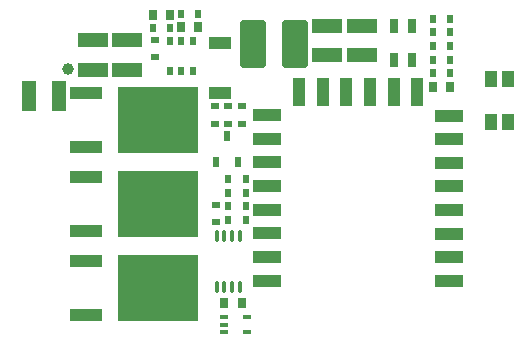
<source format=gtp>
G04*
G04 #@! TF.GenerationSoftware,Altium Limited,Altium Designer,20.1.8 (145)*
G04*
G04 Layer_Color=8421504*
%FSAX44Y44*%
%MOMM*%
G71*
G04*
G04 #@! TF.SameCoordinates,BC819849-6B9C-4E92-9E7B-26ABC9CEBC8F*
G04*
G04*
G04 #@! TF.FilePolarity,Positive*
G04*
G01*
G75*
%ADD17R,0.7620X1.1430*%
G04:AMPARAMS|DCode=18|XSize=0.75mm|YSize=0.55mm|CornerRadius=0.0028mm|HoleSize=0mm|Usage=FLASHONLY|Rotation=90.000|XOffset=0mm|YOffset=0mm|HoleType=Round|Shape=RoundedRectangle|*
%AMROUNDEDRECTD18*
21,1,0.7500,0.5445,0,0,90.0*
21,1,0.7445,0.5500,0,0,90.0*
1,1,0.0055,0.2723,0.3723*
1,1,0.0055,0.2723,-0.3723*
1,1,0.0055,-0.2723,-0.3723*
1,1,0.0055,-0.2723,0.3723*
%
%ADD18ROUNDEDRECTD18*%
%ADD19O,0.3500X1.1500*%
G04:AMPARAMS|DCode=20|XSize=2.55mm|YSize=1.2mm|CornerRadius=0.006mm|HoleSize=0mm|Usage=FLASHONLY|Rotation=90.000|XOffset=0mm|YOffset=0mm|HoleType=Round|Shape=RoundedRectangle|*
%AMROUNDEDRECTD20*
21,1,2.5500,1.1880,0,0,90.0*
21,1,2.5380,1.2000,0,0,90.0*
1,1,0.0120,0.5940,1.2690*
1,1,0.0120,0.5940,-1.2690*
1,1,0.0120,-0.5940,-1.2690*
1,1,0.0120,-0.5940,1.2690*
%
%ADD20ROUNDEDRECTD20*%
G04:AMPARAMS|DCode=21|XSize=2.55mm|YSize=1.2mm|CornerRadius=0.006mm|HoleSize=0mm|Usage=FLASHONLY|Rotation=0.000|XOffset=0mm|YOffset=0mm|HoleType=Round|Shape=RoundedRectangle|*
%AMROUNDEDRECTD21*
21,1,2.5500,1.1880,0,0,0.0*
21,1,2.5380,1.2000,0,0,0.0*
1,1,0.0120,1.2690,-0.5940*
1,1,0.0120,-1.2690,-0.5940*
1,1,0.0120,-1.2690,0.5940*
1,1,0.0120,1.2690,0.5940*
%
%ADD21ROUNDEDRECTD21*%
%ADD22C,1.0000*%
G04:AMPARAMS|DCode=23|XSize=0.95mm|YSize=2.65mm|CornerRadius=0.0048mm|HoleSize=0mm|Usage=FLASHONLY|Rotation=90.000|XOffset=0mm|YOffset=0mm|HoleType=Round|Shape=RoundedRectangle|*
%AMROUNDEDRECTD23*
21,1,0.9500,2.6405,0,0,90.0*
21,1,0.9405,2.6500,0,0,90.0*
1,1,0.0095,1.3203,0.4703*
1,1,0.0095,1.3203,-0.4703*
1,1,0.0095,-1.3203,-0.4703*
1,1,0.0095,-1.3203,0.4703*
%
%ADD23ROUNDEDRECTD23*%
G04:AMPARAMS|DCode=24|XSize=5.55mm|YSize=6.8mm|CornerRadius=0.0278mm|HoleSize=0mm|Usage=FLASHONLY|Rotation=90.000|XOffset=0mm|YOffset=0mm|HoleType=Round|Shape=RoundedRectangle|*
%AMROUNDEDRECTD24*
21,1,5.5500,6.7445,0,0,90.0*
21,1,5.4945,6.8000,0,0,90.0*
1,1,0.0555,3.3723,2.7473*
1,1,0.0555,3.3723,-2.7473*
1,1,0.0555,-3.3723,-2.7473*
1,1,0.0555,-3.3723,2.7473*
%
%ADD24ROUNDEDRECTD24*%
G04:AMPARAMS|DCode=25|XSize=0.75mm|YSize=0.55mm|CornerRadius=0.0028mm|HoleSize=0mm|Usage=FLASHONLY|Rotation=0.000|XOffset=0mm|YOffset=0mm|HoleType=Round|Shape=RoundedRectangle|*
%AMROUNDEDRECTD25*
21,1,0.7500,0.5445,0,0,0.0*
21,1,0.7445,0.5500,0,0,0.0*
1,1,0.0055,0.3723,-0.2723*
1,1,0.0055,-0.3723,-0.2723*
1,1,0.0055,-0.3723,0.2723*
1,1,0.0055,0.3723,0.2723*
%
%ADD25ROUNDEDRECTD25*%
G04:AMPARAMS|DCode=26|XSize=0.85mm|YSize=0.6mm|CornerRadius=0.003mm|HoleSize=0mm|Usage=FLASHONLY|Rotation=90.000|XOffset=0mm|YOffset=0mm|HoleType=Round|Shape=RoundedRectangle|*
%AMROUNDEDRECTD26*
21,1,0.8500,0.5940,0,0,90.0*
21,1,0.8440,0.6000,0,0,90.0*
1,1,0.0060,0.2970,0.4220*
1,1,0.0060,0.2970,-0.4220*
1,1,0.0060,-0.2970,-0.4220*
1,1,0.0060,-0.2970,0.4220*
%
%ADD26ROUNDEDRECTD26*%
G04:AMPARAMS|DCode=27|XSize=1.4mm|YSize=1.05mm|CornerRadius=0.0053mm|HoleSize=0mm|Usage=FLASHONLY|Rotation=90.000|XOffset=0mm|YOffset=0mm|HoleType=Round|Shape=RoundedRectangle|*
%AMROUNDEDRECTD27*
21,1,1.4000,1.0395,0,0,90.0*
21,1,1.3895,1.0500,0,0,90.0*
1,1,0.0105,0.5198,0.6948*
1,1,0.0105,0.5198,-0.6948*
1,1,0.0105,-0.5198,-0.6948*
1,1,0.0105,-0.5198,0.6948*
%
%ADD27ROUNDEDRECTD27*%
G04:AMPARAMS|DCode=28|XSize=0.54mm|YSize=0.75mm|CornerRadius=0.0027mm|HoleSize=0mm|Usage=FLASHONLY|Rotation=0.000|XOffset=0mm|YOffset=0mm|HoleType=Round|Shape=RoundedRectangle|*
%AMROUNDEDRECTD28*
21,1,0.5400,0.7446,0,0,0.0*
21,1,0.5346,0.7500,0,0,0.0*
1,1,0.0054,0.2673,-0.3723*
1,1,0.0054,-0.2673,-0.3723*
1,1,0.0054,-0.2673,0.3723*
1,1,0.0054,0.2673,0.3723*
%
%ADD28ROUNDEDRECTD28*%
G04:AMPARAMS|DCode=29|XSize=1.85mm|YSize=1mm|CornerRadius=0.005mm|HoleSize=0mm|Usage=FLASHONLY|Rotation=180.000|XOffset=0mm|YOffset=0mm|HoleType=Round|Shape=RoundedRectangle|*
%AMROUNDEDRECTD29*
21,1,1.8500,0.9900,0,0,180.0*
21,1,1.8400,1.0000,0,0,180.0*
1,1,0.0100,-0.9200,0.4950*
1,1,0.0100,0.9200,0.4950*
1,1,0.0100,0.9200,-0.4950*
1,1,0.0100,-0.9200,-0.4950*
%
%ADD29ROUNDEDRECTD29*%
G04:AMPARAMS|DCode=30|XSize=1.1mm|YSize=2.3mm|CornerRadius=0.0055mm|HoleSize=0mm|Usage=FLASHONLY|Rotation=270.000|XOffset=0mm|YOffset=0mm|HoleType=Round|Shape=RoundedRectangle|*
%AMROUNDEDRECTD30*
21,1,1.1000,2.2890,0,0,270.0*
21,1,1.0890,2.3000,0,0,270.0*
1,1,0.0110,-1.1445,-0.5445*
1,1,0.0110,-1.1445,0.5445*
1,1,0.0110,1.1445,0.5445*
1,1,0.0110,1.1445,-0.5445*
%
%ADD30ROUNDEDRECTD30*%
G04:AMPARAMS|DCode=31|XSize=1.1mm|YSize=2.3mm|CornerRadius=0.0055mm|HoleSize=0mm|Usage=FLASHONLY|Rotation=0.000|XOffset=0mm|YOffset=0mm|HoleType=Round|Shape=RoundedRectangle|*
%AMROUNDEDRECTD31*
21,1,1.1000,2.2890,0,0,0.0*
21,1,1.0890,2.3000,0,0,0.0*
1,1,0.0110,0.5445,-1.1445*
1,1,0.0110,-0.5445,-1.1445*
1,1,0.0110,-0.5445,1.1445*
1,1,0.0110,0.5445,1.1445*
%
%ADD31ROUNDEDRECTD31*%
G04:AMPARAMS|DCode=32|XSize=0.55mm|YSize=0.8mm|CornerRadius=0.0028mm|HoleSize=0mm|Usage=FLASHONLY|Rotation=180.000|XOffset=0mm|YOffset=0mm|HoleType=Round|Shape=RoundedRectangle|*
%AMROUNDEDRECTD32*
21,1,0.5500,0.7945,0,0,180.0*
21,1,0.5445,0.8000,0,0,180.0*
1,1,0.0055,-0.2723,0.3973*
1,1,0.0055,0.2723,0.3973*
1,1,0.0055,0.2723,-0.3973*
1,1,0.0055,-0.2723,-0.3973*
%
%ADD32ROUNDEDRECTD32*%
G04:AMPARAMS|DCode=33|XSize=4mm|YSize=2.2mm|CornerRadius=0.22mm|HoleSize=0mm|Usage=FLASHONLY|Rotation=90.000|XOffset=0mm|YOffset=0mm|HoleType=Round|Shape=RoundedRectangle|*
%AMROUNDEDRECTD33*
21,1,4.0000,1.7600,0,0,90.0*
21,1,3.5600,2.2000,0,0,90.0*
1,1,0.4400,0.8800,1.7800*
1,1,0.4400,0.8800,-1.7800*
1,1,0.4400,-0.8800,-1.7800*
1,1,0.4400,-0.8800,1.7800*
%
%ADD33ROUNDEDRECTD33*%
G04:AMPARAMS|DCode=34|XSize=0.35mm|YSize=0.6mm|CornerRadius=0.0018mm|HoleSize=0mm|Usage=FLASHONLY|Rotation=90.000|XOffset=0mm|YOffset=0mm|HoleType=Round|Shape=RoundedRectangle|*
%AMROUNDEDRECTD34*
21,1,0.3500,0.5965,0,0,90.0*
21,1,0.3465,0.6000,0,0,90.0*
1,1,0.0035,0.2983,0.1733*
1,1,0.0035,0.2983,-0.1733*
1,1,0.0035,-0.2983,-0.1733*
1,1,0.0035,-0.2983,0.1733*
%
%ADD34ROUNDEDRECTD34*%
D17*
X00325840Y00301391D02*
D03*
X00341080D02*
D03*
Y00272181D02*
D03*
X00325840D02*
D03*
D18*
X00372964Y00295990D02*
D03*
X00358464D02*
D03*
Y00284407D02*
D03*
X00372964D02*
D03*
X00358464Y00307492D02*
D03*
X00372964D02*
D03*
X00358464Y00272904D02*
D03*
X00372964D02*
D03*
X00135845Y00299730D02*
D03*
X00121345D02*
D03*
X00145630Y00311404D02*
D03*
X00160130D02*
D03*
X00358464Y00261402D02*
D03*
X00372964D02*
D03*
X00185554Y00148737D02*
D03*
X00200054D02*
D03*
X00200036Y00160274D02*
D03*
X00185536D02*
D03*
X00200036Y00171704D02*
D03*
X00185536D02*
D03*
X00185554Y00137174D02*
D03*
X00200054D02*
D03*
D19*
X00175656Y00080664D02*
D03*
X00182156D02*
D03*
X00188656D02*
D03*
X00195156D02*
D03*
X00175656Y00123164D02*
D03*
X00182156D02*
D03*
X00188656D02*
D03*
X00195156D02*
D03*
D20*
X00041944Y00242192D02*
D03*
X00016944D02*
D03*
D21*
X00099984Y00289086D02*
D03*
Y00264086D02*
D03*
X00269271Y00276644D02*
D03*
Y00301644D02*
D03*
X00070521Y00289086D02*
D03*
Y00264086D02*
D03*
X00298773Y00276644D02*
D03*
Y00301644D02*
D03*
D22*
X00049691Y00264715D02*
D03*
D23*
X00064728Y00244834D02*
D03*
Y00199034D02*
D03*
Y00102289D02*
D03*
Y00056488D02*
D03*
Y00127761D02*
D03*
Y00173561D02*
D03*
D24*
X00125728Y00221933D02*
D03*
Y00079388D02*
D03*
Y00150661D02*
D03*
D25*
X00123563Y00274868D02*
D03*
Y00289368D02*
D03*
X00175006Y00150007D02*
D03*
Y00135507D02*
D03*
X00185581Y00233138D02*
D03*
Y00218638D02*
D03*
X00174079D02*
D03*
Y00233138D02*
D03*
X00197084Y00218638D02*
D03*
Y00233138D02*
D03*
D26*
X00135845Y00310980D02*
D03*
X00121345D02*
D03*
X00372964Y00249464D02*
D03*
X00358464D02*
D03*
X00160130Y00300257D02*
D03*
X00145630D02*
D03*
X00182156Y00066712D02*
D03*
X00196656D02*
D03*
D27*
X00408134Y00256000D02*
D03*
X00422634D02*
D03*
Y00220000D02*
D03*
X00408134D02*
D03*
D28*
X00136260Y00262852D02*
D03*
X00145760D02*
D03*
X00155260D02*
D03*
X00136260Y00288352D02*
D03*
X00145760D02*
D03*
X00155260D02*
D03*
D29*
X00178250Y00244840D02*
D03*
Y00286840D02*
D03*
D30*
X00372152Y00085666D02*
D03*
Y00205300D02*
D03*
X00217942Y00225620D02*
D03*
X00372152Y00105478D02*
D03*
Y00125544D02*
D03*
Y00145356D02*
D03*
Y00165676D02*
D03*
Y00185488D02*
D03*
Y00225366D02*
D03*
X00217942Y00205554D02*
D03*
Y00185742D02*
D03*
X00218196Y00165676D02*
D03*
Y00145610D02*
D03*
Y00125798D02*
D03*
Y00105478D02*
D03*
Y00085666D02*
D03*
D31*
X00345212Y00245194D02*
D03*
X00325400D02*
D03*
X00305588D02*
D03*
X00285268D02*
D03*
X00265456D02*
D03*
X00245136D02*
D03*
D32*
X00175006Y00186055D02*
D03*
X00194006D02*
D03*
X00184506Y00208055D02*
D03*
D33*
X00241527Y00286128D02*
D03*
X00206527D02*
D03*
D34*
X00182156Y00054994D02*
D03*
Y00048494D02*
D03*
Y00041994D02*
D03*
X00201656D02*
D03*
Y00054994D02*
D03*
M02*

</source>
